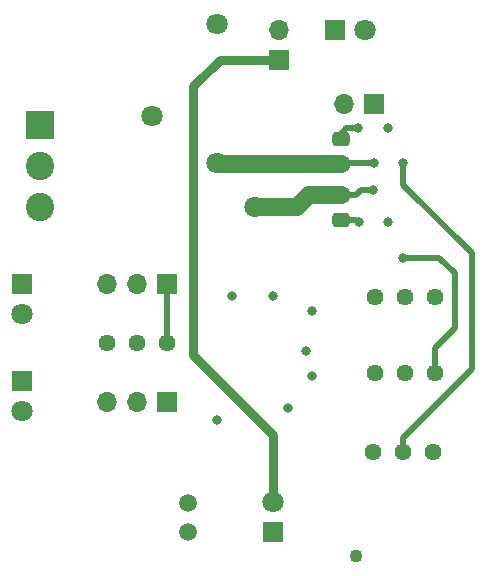
<source format=gbr>
%TF.GenerationSoftware,KiCad,Pcbnew,7.0.11-7.0.11~ubuntu22.04.1*%
%TF.CreationDate,2024-03-09T07:06:09+01:00*%
%TF.ProjectId,elcirc2024,656c6369-7263-4323-9032-342e6b696361,rev?*%
%TF.SameCoordinates,Original*%
%TF.FileFunction,Copper,L4,Bot*%
%TF.FilePolarity,Positive*%
%FSLAX46Y46*%
G04 Gerber Fmt 4.6, Leading zero omitted, Abs format (unit mm)*
G04 Created by KiCad (PCBNEW 7.0.11-7.0.11~ubuntu22.04.1) date 2024-03-09 07:06:09*
%MOMM*%
%LPD*%
G01*
G04 APERTURE LIST*
G04 Aperture macros list*
%AMRoundRect*
0 Rectangle with rounded corners*
0 $1 Rounding radius*
0 $2 $3 $4 $5 $6 $7 $8 $9 X,Y pos of 4 corners*
0 Add a 4 corners polygon primitive as box body*
4,1,4,$2,$3,$4,$5,$6,$7,$8,$9,$2,$3,0*
0 Add four circle primitives for the rounded corners*
1,1,$1+$1,$2,$3*
1,1,$1+$1,$4,$5*
1,1,$1+$1,$6,$7*
1,1,$1+$1,$8,$9*
0 Add four rect primitives between the rounded corners*
20,1,$1+$1,$2,$3,$4,$5,0*
20,1,$1+$1,$4,$5,$6,$7,0*
20,1,$1+$1,$6,$7,$8,$9,0*
20,1,$1+$1,$8,$9,$2,$3,0*%
G04 Aperture macros list end*
%TA.AperFunction,ComponentPad*%
%ADD10R,1.800000X1.800000*%
%TD*%
%TA.AperFunction,ComponentPad*%
%ADD11C,1.800000*%
%TD*%
%TA.AperFunction,ComponentPad*%
%ADD12C,1.500000*%
%TD*%
%TA.AperFunction,ComponentPad*%
%ADD13C,1.440000*%
%TD*%
%TA.AperFunction,ComponentPad*%
%ADD14R,1.700000X1.700000*%
%TD*%
%TA.AperFunction,ComponentPad*%
%ADD15O,1.700000X1.700000*%
%TD*%
%TA.AperFunction,ComponentPad*%
%ADD16R,2.400000X2.400000*%
%TD*%
%TA.AperFunction,ComponentPad*%
%ADD17C,2.400000*%
%TD*%
%TA.AperFunction,SMDPad,CuDef*%
%ADD18RoundRect,0.250000X-0.475000X0.337500X-0.475000X-0.337500X0.475000X-0.337500X0.475000X0.337500X0*%
%TD*%
%TA.AperFunction,SMDPad,CuDef*%
%ADD19RoundRect,0.250000X0.475000X-0.337500X0.475000X0.337500X-0.475000X0.337500X-0.475000X-0.337500X0*%
%TD*%
%TA.AperFunction,ViaPad*%
%ADD20C,1.800000*%
%TD*%
%TA.AperFunction,ViaPad*%
%ADD21C,0.800000*%
%TD*%
%TA.AperFunction,ViaPad*%
%ADD22C,1.100000*%
%TD*%
%TA.AperFunction,Conductor*%
%ADD23C,1.500000*%
%TD*%
%TA.AperFunction,Conductor*%
%ADD24C,0.500000*%
%TD*%
%TA.AperFunction,Conductor*%
%ADD25C,0.800000*%
%TD*%
G04 APERTURE END LIST*
D10*
%TO.P,LED1,1,K*%
%TO.N,Net-(LED1-K)*%
X100000000Y-100525000D03*
D11*
%TO.P,LED1,2,A*%
%TO.N,Net-(JP3-A)*%
X100000000Y-97985000D03*
%TD*%
D12*
%TO.P,PHR1,1*%
%TO.N,Net-(JP1-A)*%
X92750000Y-98000000D03*
%TO.P,PHR1,2*%
%TO.N,GNDREF*%
X92750000Y-100500000D03*
%TD*%
D10*
%TO.P,J2,1,Pin_1*%
%TO.N,Net-(J2-Pin_1)*%
X105230000Y-58000000D03*
D11*
%TO.P,J2,2,Pin_2*%
%TO.N,GNDREF*%
X107770000Y-58000000D03*
%TD*%
D13*
%TO.P,TR3,1,1*%
%TO.N,Net-(U2D--)*%
X113657500Y-87010000D03*
%TO.P,TR3,2,2*%
%TO.N,Net-(C9-Pad1)*%
X111117500Y-87010000D03*
%TO.P,TR3,3,3*%
X108577500Y-87010000D03*
%TD*%
D14*
%TO.P,JP3,1,A*%
%TO.N,Net-(JP3-A)*%
X100500000Y-60525000D03*
D15*
%TO.P,JP3,2,B*%
%TO.N,Net-(J2-Pin_1)*%
X100500000Y-57985000D03*
%TD*%
D10*
%TO.P,J4,1,Pin_1*%
%TO.N,Net-(J4-Pin_1)*%
X78750000Y-87710000D03*
D11*
%TO.P,J4,2,Pin_2*%
%TO.N,GNDREF*%
X78750000Y-90250000D03*
%TD*%
D14*
%TO.P,JP2,1,A*%
%TO.N,Net-(JP2-A)*%
X91025000Y-79500000D03*
D15*
%TO.P,JP2,2,C*%
%TO.N,Net-(JP2-C)*%
X88485000Y-79500000D03*
%TO.P,JP2,3,B*%
%TO.N,Net-(J3-Pin_1)*%
X85945000Y-79500000D03*
%TD*%
D14*
%TO.P,JP1,1,A*%
%TO.N,Net-(JP1-A)*%
X91000000Y-89500000D03*
D15*
%TO.P,JP1,2,C*%
%TO.N,Net-(JP1-C)*%
X88460000Y-89500000D03*
%TO.P,JP1,3,B*%
%TO.N,Net-(J4-Pin_1)*%
X85920000Y-89500000D03*
%TD*%
D16*
%TO.P,J1,1,Pin_1*%
%TO.N,+12V*%
X80250000Y-66000000D03*
D17*
%TO.P,J1,2,Pin_2*%
%TO.N,GNDREF*%
X80250000Y-69500000D03*
%TO.P,J1,3,Pin_3*%
%TO.N,-12V*%
X80250000Y-73000000D03*
%TD*%
D10*
%TO.P,J3,1,Pin_1*%
%TO.N,Net-(J3-Pin_1)*%
X78750000Y-79460000D03*
D11*
%TO.P,J3,2,Pin_2*%
%TO.N,GNDREF*%
X78750000Y-82000000D03*
%TD*%
D13*
%TO.P,TR2,1,1*%
%TO.N,Net-(U2C--)*%
X113657500Y-80560000D03*
%TO.P,TR2,2,2*%
%TO.N,Net-(C9-Pad1)*%
X111117500Y-80560000D03*
%TO.P,TR2,3,3*%
X108577500Y-80560000D03*
%TD*%
%TO.P,TR4,1,1*%
%TO.N,GNDREF*%
X85950000Y-84500000D03*
%TO.P,TR4,2,2*%
X88490000Y-84500000D03*
%TO.P,TR4,3,3*%
%TO.N,Net-(JP2-A)*%
X91030000Y-84500000D03*
%TD*%
%TO.P,TR1,1,1*%
%TO.N,Net-(R8-Pad1)*%
X113550000Y-93750000D03*
%TO.P,TR1,2,2*%
%TO.N,Net-(U2A--)*%
X111010000Y-93750000D03*
%TO.P,TR1,3,3*%
X108470000Y-93750000D03*
%TD*%
D14*
%TO.P,JP4,1,A*%
%TO.N,Net-(JP4-A)*%
X108525000Y-64250000D03*
D15*
%TO.P,JP4,2,B*%
%TO.N,Net-(JP4-B)*%
X105985000Y-64250000D03*
%TD*%
D18*
%TO.P,C6,1*%
%TO.N,-12V*%
X105750000Y-71962500D03*
%TO.P,C6,2*%
%TO.N,GNDREF*%
X105750000Y-74037500D03*
%TD*%
D19*
%TO.P,C5,1*%
%TO.N,+12V*%
X105750000Y-69325000D03*
%TO.P,C5,2*%
%TO.N,GNDREF*%
X105750000Y-67250000D03*
%TD*%
D20*
%TO.N,+12V*%
X95250000Y-69250000D03*
X95250000Y-57500000D03*
D21*
X108500000Y-69250000D03*
X100000000Y-80500000D03*
X96500000Y-80500000D03*
X95250000Y-91000000D03*
%TO.N,GNDREF*%
X103250000Y-87250000D03*
X107192500Y-66307500D03*
D22*
X107000000Y-102500000D03*
D21*
X102750000Y-85135000D03*
X109750000Y-74250000D03*
X103250000Y-81750000D03*
X107250000Y-74250000D03*
X109732500Y-66267500D03*
D20*
X89750000Y-65250000D03*
%TO.N,-12V*%
X98500000Y-73000000D03*
D21*
X108462500Y-71537500D03*
X101250000Y-90000000D03*
%TO.N,Net-(U2D--)*%
X111000000Y-77250000D03*
%TO.N,Net-(U2A--)*%
X111000000Y-69250000D03*
%TD*%
D23*
%TO.N,+12V*%
X105750000Y-69325000D02*
X95325000Y-69325000D01*
X95325000Y-69325000D02*
X95250000Y-69250000D01*
D24*
X105825000Y-69250000D02*
X105750000Y-69325000D01*
X108500000Y-69250000D02*
X105825000Y-69250000D01*
%TO.N,GNDREF*%
X107037500Y-74037500D02*
X107250000Y-74250000D01*
X105750000Y-67250000D02*
X105750000Y-66750000D01*
X105750000Y-74037500D02*
X107037500Y-74037500D01*
X106192500Y-66307500D02*
X107192500Y-66307500D01*
X105750000Y-66750000D02*
X106192500Y-66307500D01*
D23*
%TO.N,-12V*%
X102000000Y-73000000D02*
X103037500Y-71962500D01*
X98500000Y-73000000D02*
X102000000Y-73000000D01*
D24*
X105750000Y-71962500D02*
X107037500Y-71962500D01*
D23*
X103037500Y-71962500D02*
X105750000Y-71962500D01*
D24*
X107037500Y-71962500D02*
X107462500Y-71537500D01*
X107462500Y-71537500D02*
X108462500Y-71537500D01*
%TO.N,Net-(U2D--)*%
X115400000Y-83200000D02*
X115400000Y-78600000D01*
X113657500Y-84942500D02*
X115400000Y-83200000D01*
X115400000Y-78600000D02*
X114050000Y-77250000D01*
X113657500Y-87010000D02*
X113657500Y-84942500D01*
X114050000Y-77250000D02*
X111000000Y-77250000D01*
%TO.N,Net-(JP2-A)*%
X91030000Y-84500000D02*
X91030000Y-79505000D01*
%TO.N,Net-(U2A--)*%
X116800000Y-76900000D02*
X111000000Y-71100000D01*
X111010000Y-93750000D02*
X111010000Y-92490000D01*
X116800000Y-86700000D02*
X116800000Y-76900000D01*
X111000000Y-71100000D02*
X111000000Y-69250000D01*
X111010000Y-92490000D02*
X116800000Y-86700000D01*
D25*
%TO.N,Net-(JP3-A)*%
X93250000Y-62750000D02*
X95475000Y-60525000D01*
X93250000Y-85500000D02*
X93250000Y-62750000D01*
X100000000Y-92250000D02*
X93250000Y-85500000D01*
X100000000Y-97985000D02*
X100000000Y-92250000D01*
X95475000Y-60525000D02*
X100500000Y-60525000D01*
%TD*%
M02*

</source>
